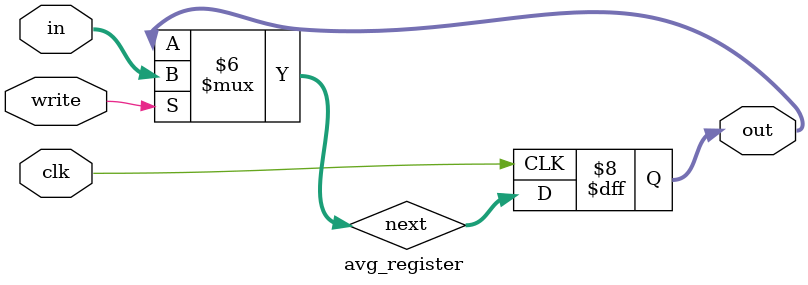
<source format=sv>
module ks_regfile(
  input clk,
  input reset,
  input write, //0read, 1write
  input [7:0]r2address,
  input [15:0]sampleIn,
  
  output [15:0] sampleOut1,
  output [15:0] sampleOut2
);
parameter LEN = 218; // length of table

logic [15:0] delayLine[(LEN-1):0]; //Len # of samples each 16 bits

always_ff @(posedge clk) begin
	//reset
	if (reset) begin
		for(int i = 0; i < LEN; i++) begin
			delayLine[i] <= 16'b0;
		end
	end
	else if (write) begin
		delayLine[r2address] <= sampleIn;
	end
end

always_comb begin	
	//outputs
	sampleOut2 = delayLine[r2address];
	
	if (r2address == 8'b0)
		sampleOut1 = delayLine[(LEN - 1)];
	else
		sampleOut1 = delayLine[(r2address - 1)];
end
	
			
endmodule



module avg_register(
	input clk,
	input write, //0read, 1write
	input [15:0] in,
  
	output [15:0] out
);
logic [15:0] next;


always_ff @(posedge clk) begin
	out <= next;
end

always_comb begin
	next = out;
	if(write)
		next = in;
	else
		next = out;
end


endmodule

</source>
